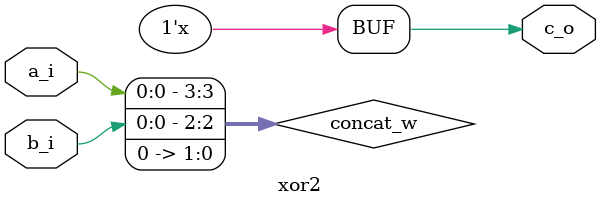
<source format=sv>
/* Generated by Yosys 0.39 (git sha1 00338082b, aarch64-apple-darwin21.4-clang++ 14.0.0-1ubuntu1.1 -fPIC -Os) */

(* hdlname = "xor2" *)
(* src = "xor2.soln.sv:1.8-1.12" *)
module xor2(b_i, a_i, c_o);
  (* src = "xor2.soln.sv:2.20-2.23" *)
  input a_i;
  wire a_i;
  (* src = "xor2.soln.sv:1.19-1.22" *)
  input b_i;
  wire b_i;
  (* src = "xor2.soln.sv:3.20-3.23" *)
  output c_o;
  wire c_o;
  wire _000_;
  wire _001_;
  wire _002_;
  wire _003_;
  wire _004_;
  wire _005_;
  wire _006_;
  wire _007_;
  wire _008_;
  wire _009_;
  wire _010_;
  wire _011_;
  wire _012_;
  wire _013_;
  wire _014_;
  wire _015_;
  wire _016_;
  wire _017_;
  wire _018_;
  wire _019_;
  wire _020_;
  wire _021_;
  wire _022_;
  wire _023_;
  wire _024_;
  wire _025_;
  wire _026_;
  wire _027_;
  wire _028_;
  wire _029_;
  wire _030_;
  wire _031_;
  wire _032_;
  wire _033_;
  wire _034_;
  wire _035_;
  wire _036_;
  wire _037_;
  wire _038_;
  wire _039_;
  wire _040_;
  wire _041_;
  wire _042_;
  wire _043_;
  wire _044_;
  wire _045_;
  wire _046_;
  wire _047_;
  wire _048_;
  wire _049_;
  wire _050_;
  wire _051_;
  wire _052_;
  wire _053_;
  wire _054_;
  wire _055_;
  wire _056_;
  wire _057_;
  wire _058_;
  wire _059_;
  wire [3:0] concat_w;
  assign _007_ = ~a_i;
   assign _011_ = 1'b0;
  assign _012_ = _030_ & _031_;
  assign _013_ = _032_ & _033_;
  assign _014_ = _008_ & _007_;
  assign _015_ = _035_ & _036_;
  assign _016_ = _037_ & _038_;
  assign _017_ = _009_ & b_i;
  assign _018_ = _039_ & _040_;
  assign _019_ = _041_ & _042_;
  assign _020_ = _043_ & _044_;
  assign _021_ = _007_ & _045_;
  assign _022_ = _046_ & _047_;
  assign _023_ = _049_ & _050_;
  assign _024_ = _003_ & _002_;
  assign _025_ = _052_ & _053_;
  assign _026_ = _054_ & _055_;
  assign _027_ = _010_ & _057_;
  assign _028_ = _002_ & _058_;
  assign _029_ = _005_ & _059_;
  assign _030_ = 1'b0;
  assign _031_ = 1'b0;
  assign _032_ = ~_011_;
  assign _033_ = ~_012_;
  assign _034_ = ~_013_;
  assign _035_ = ~_008_;
  assign _036_ = ~_007_;
  assign _037_ = ~_014_;
  assign _038_ = ~_015_;
  assign _039_ = ~_009_;
  assign _040_ = ~b_i;
  assign _041_ = ~_017_;
  assign _042_ = ~_018_;
  assign _043_ = 1'b0;
  assign _044_ = 1'b0;
  assign _045_ = ~_008_;
  assign _046_ = ~_001_;
  assign _047_ = ~_000_;
  assign _048_ = ~_022_;
  assign _049_ = ~_009_;
  assign _050_ = ~b_i;
  assign _051_ = ~_023_;
  assign _052_ = ~_003_;
  assign _053_ = ~_002_;
  assign _054_ = ~_024_;
  assign _055_ = ~_025_;
  assign _056_ = ~_026_;
  assign _057_ = ~_004_;
  assign _058_ = ~_003_;
  assign _059_ = ~_006_;
  assign concat_w = { a_i, b_i, 1'b0, 1'b0 };
  assign c_o = 1'hx;
  assign _008_ = _034_;
  assign _009_ = _016_;
  assign _010_ = _019_;
  assign _000_ = _020_;
  assign _001_ = _021_;
  assign _002_ = _048_;
  assign _003_ = _051_;
  assign _004_ = _056_;
  assign _005_ = _027_;
  assign _006_ = _028_;
endmodule

</source>
